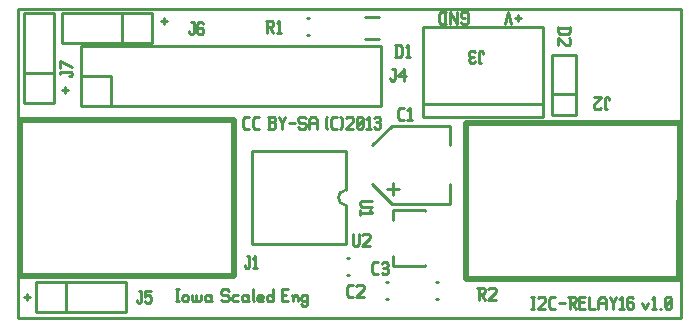
<source format=gbr>
G04 start of page 7 for group -4079 idx -4079 *
G04 Title: (unknown), topsilk *
G04 Creator: pcb 20110918 *
G04 CreationDate: Tue 05 Feb 2013 03:55:55 AM GMT UTC *
G04 For: railfan *
G04 Format: Gerber/RS-274X *
G04 PCB-Dimensions: 222000 104000 *
G04 PCB-Coordinate-Origin: lower left *
%MOIN*%
%FSLAX25Y25*%
%LNTOPSILK*%
%ADD74C,0.0200*%
%ADD73C,0.0100*%
G54D73*X221500Y103500D02*X500D01*
Y500D02*X221500D01*
Y103500D02*Y500D01*
X500D02*Y103500D01*
X166000Y100500D02*X168000D01*
X167000Y101500D02*Y99500D01*
X164800Y98500D02*X163800Y102500D01*
X162800Y98500D01*
X148500D02*X148000Y99000D01*
X148500Y98500D02*X150000D01*
X150500Y99000D02*X150000Y98500D01*
X150500Y102000D02*Y99000D01*
Y102000D02*X150000Y102500D01*
X148500D02*X150000D01*
X148500D02*X148000Y102000D01*
Y101000D01*
X148500Y100500D02*X148000Y101000D01*
X148500Y100500D02*X149500D01*
X146800Y102500D02*Y98500D01*
X144300Y102500D01*
Y98500D01*
X142600Y102500D02*Y98500D01*
X141300D02*X140600Y99200D01*
Y101800D02*Y99200D01*
X141300Y102500D02*X140600Y101800D01*
X141300Y102500D02*X143100D01*
X141300Y98500D02*X143100D01*
X171500Y7500D02*X172500D01*
X172000D02*Y3500D01*
X171500D02*X172500D01*
X173700Y7000D02*X174200Y7500D01*
X175700D01*
X176200Y7000D01*
Y6000D01*
X173700Y3500D02*X176200Y6000D01*
X173700Y3500D02*X176200D01*
X178100D02*X179400D01*
X177400Y4200D02*X178100Y3500D01*
X177400Y6800D02*Y4200D01*
Y6800D02*X178100Y7500D01*
X179400D01*
X180600Y5500D02*X182600D01*
X183800Y7500D02*X185800D01*
X186300Y7000D01*
Y6000D01*
X185800Y5500D02*X186300Y6000D01*
X184300Y5500D02*X185800D01*
X184300Y7500D02*Y3500D01*
X185100Y5500D02*X186300Y3500D01*
X187500Y5700D02*X189000D01*
X187500Y3500D02*X189500D01*
X187500Y7500D02*Y3500D01*
Y7500D02*X189500D01*
X190700D02*Y3500D01*
X192700D01*
X193900Y6500D02*Y3500D01*
Y6500D02*X194600Y7500D01*
X195700D01*
X196400Y6500D01*
Y3500D01*
X193900Y5500D02*X196400D01*
X197600Y7500D02*X198600Y5500D01*
X199600Y7500D01*
X198600Y5500D02*Y3500D01*
X200800Y6700D02*X201600Y7500D01*
Y3500D01*
X200800D02*X202300D01*
X205000Y7500D02*X205500Y7000D01*
X204000Y7500D02*X205000D01*
X203500Y7000D02*X204000Y7500D01*
X203500Y7000D02*Y4000D01*
X204000Y3500D01*
X205000Y5700D02*X205500Y5200D01*
X203500Y5700D02*X205000D01*
X204000Y3500D02*X205000D01*
X205500Y4000D01*
Y5200D02*Y4000D01*
X208500Y5500D02*X209500Y3500D01*
X210500Y5500D02*X209500Y3500D01*
X211700Y6700D02*X212500Y7500D01*
Y3500D01*
X211700D02*X213200D01*
X214400D02*X214900D01*
X216100Y4000D02*X216600Y3500D01*
X216100Y7000D02*Y4000D01*
Y7000D02*X216600Y7500D01*
X217600D01*
X218100Y7000D01*
Y4000D01*
X217600Y3500D02*X218100Y4000D01*
X216600Y3500D02*X217600D01*
X216100Y4500D02*X218100Y6500D01*
X48000Y99500D02*X50000D01*
X49000Y100500D02*Y98500D01*
X15000Y76500D02*X17000D01*
X16000Y77500D02*Y75500D01*
X2500Y7500D02*X4500D01*
X3500Y8500D02*Y6500D01*
X53000Y10000D02*X54000D01*
X53500D02*Y6000D01*
X53000D02*X54000D01*
X55200Y7500D02*Y6500D01*
Y7500D02*X55700Y8000D01*
X56700D01*
X57200Y7500D01*
Y6500D01*
X56700Y6000D02*X57200Y6500D01*
X55700Y6000D02*X56700D01*
X55200Y6500D02*X55700Y6000D01*
X58400Y8000D02*Y6500D01*
X58900Y6000D01*
X59400D01*
X59900Y6500D01*
Y8000D02*Y6500D01*
X60400Y6000D01*
X60900D01*
X61400Y6500D01*
Y8000D02*Y6500D01*
X64100Y8000D02*X64600Y7500D01*
X63100Y8000D02*X64100D01*
X62600Y7500D02*X63100Y8000D01*
X62600Y7500D02*Y6500D01*
X63100Y6000D01*
X64600Y8000D02*Y6500D01*
X65100Y6000D01*
X63100D02*X64100D01*
X64600Y6500D01*
X70100Y10000D02*X70600Y9500D01*
X68600Y10000D02*X70100D01*
X68100Y9500D02*X68600Y10000D01*
X68100Y9500D02*Y8500D01*
X68600Y8000D01*
X70100D01*
X70600Y7500D01*
Y6500D01*
X70100Y6000D02*X70600Y6500D01*
X68600Y6000D02*X70100D01*
X68100Y6500D02*X68600Y6000D01*
X72300Y8000D02*X73800D01*
X71800Y7500D02*X72300Y8000D01*
X71800Y7500D02*Y6500D01*
X72300Y6000D01*
X73800D01*
X76500Y8000D02*X77000Y7500D01*
X75500Y8000D02*X76500D01*
X75000Y7500D02*X75500Y8000D01*
X75000Y7500D02*Y6500D01*
X75500Y6000D01*
X77000Y8000D02*Y6500D01*
X77500Y6000D01*
X75500D02*X76500D01*
X77000Y6500D01*
X78700Y10000D02*Y6500D01*
X79200Y6000D01*
X80700D02*X82200D01*
X80200Y6500D02*X80700Y6000D01*
X80200Y7500D02*Y6500D01*
Y7500D02*X80700Y8000D01*
X81700D01*
X82200Y7500D01*
X80200Y7000D02*X82200D01*
Y7500D02*Y7000D01*
X85400Y10000D02*Y6000D01*
X84900D02*X85400Y6500D01*
X83900Y6000D02*X84900D01*
X83400Y6500D02*X83900Y6000D01*
X83400Y7500D02*Y6500D01*
Y7500D02*X83900Y8000D01*
X84900D01*
X85400Y7500D01*
X88400Y8200D02*X89900D01*
X88400Y6000D02*X90400D01*
X88400Y10000D02*Y6000D01*
Y10000D02*X90400D01*
X92100Y7500D02*Y6000D01*
Y7500D02*X92600Y8000D01*
X93100D01*
X93600Y7500D01*
Y6000D01*
X91600Y8000D02*X92100Y7500D01*
X96300Y8000D02*X96800Y7500D01*
X95300Y8000D02*X96300D01*
X94800Y7500D02*X95300Y8000D01*
X94800Y7500D02*Y6500D01*
X95300Y6000D01*
X96300D01*
X96800Y6500D01*
X94800Y5000D02*X95300Y4500D01*
X96300D01*
X96800Y5000D01*
Y8000D02*Y5000D01*
X76200Y63500D02*X77500D01*
X75500Y64200D02*X76200Y63500D01*
X75500Y66800D02*Y64200D01*
Y66800D02*X76200Y67500D01*
X77500D01*
X79400Y63500D02*X80700D01*
X78700Y64200D02*X79400Y63500D01*
X78700Y66800D02*Y64200D01*
Y66800D02*X79400Y67500D01*
X80700D01*
X83700Y63500D02*X85700D01*
X86200Y64000D01*
Y65200D02*Y64000D01*
X85700Y65700D02*X86200Y65200D01*
X84200Y65700D02*X85700D01*
X84200Y67500D02*Y63500D01*
X83700Y67500D02*X85700D01*
X86200Y67000D01*
Y66200D01*
X85700Y65700D02*X86200Y66200D01*
X87400Y67500D02*X88400Y65500D01*
X89400Y67500D01*
X88400Y65500D02*Y63500D01*
X90600Y65500D02*X92600D01*
X95800Y67500D02*X96300Y67000D01*
X94300Y67500D02*X95800D01*
X93800Y67000D02*X94300Y67500D01*
X93800Y67000D02*Y66000D01*
X94300Y65500D01*
X95800D01*
X96300Y65000D01*
Y64000D01*
X95800Y63500D02*X96300Y64000D01*
X94300Y63500D02*X95800D01*
X93800Y64000D02*X94300Y63500D01*
X97500Y66500D02*Y63500D01*
Y66500D02*X98200Y67500D01*
X99300D01*
X100000Y66500D01*
Y63500D01*
X97500Y65500D02*X100000D01*
X103000Y64000D02*X103500Y63500D01*
X103000Y67000D02*X103500Y67500D01*
X103000Y67000D02*Y64000D01*
X105400Y63500D02*X106700D01*
X104700Y64200D02*X105400Y63500D01*
X104700Y66800D02*Y64200D01*
Y66800D02*X105400Y67500D01*
X106700D01*
X107900D02*X108400Y67000D01*
Y64000D01*
X107900Y63500D02*X108400Y64000D01*
X109600Y67000D02*X110100Y67500D01*
X111600D01*
X112100Y67000D01*
Y66000D01*
X109600Y63500D02*X112100Y66000D01*
X109600Y63500D02*X112100D01*
X113300Y64000D02*X113800Y63500D01*
X113300Y67000D02*Y64000D01*
Y67000D02*X113800Y67500D01*
X114800D01*
X115300Y67000D01*
Y64000D01*
X114800Y63500D02*X115300Y64000D01*
X113800Y63500D02*X114800D01*
X113300Y64500D02*X115300Y66500D01*
X116500Y66700D02*X117300Y67500D01*
Y63500D01*
X116500D02*X118000D01*
X119200Y67000D02*X119700Y67500D01*
X120700D01*
X121200Y67000D01*
X120700Y63500D02*X121200Y64000D01*
X119700Y63500D02*X120700D01*
X119200Y64000D02*X119700Y63500D01*
Y65700D02*X120700D01*
X121200Y67000D02*Y66200D01*
Y65200D02*Y64000D01*
Y65200D02*X120700Y65700D01*
X121200Y66200D02*X120700Y65700D01*
X15000Y102000D02*X45000D01*
X15000D02*Y92000D01*
X45000D01*
Y102000D02*Y92000D01*
X35000Y102000D02*Y92000D01*
X45000D01*
X12500Y102000D02*Y72000D01*
X2500Y102000D02*X12500D01*
X2500D02*Y72000D01*
X12500D01*
X2500Y82000D02*X12500D01*
X2500D02*Y72000D01*
X21500Y71000D02*X121500D01*
Y91000D02*Y71000D01*
X21500Y91000D02*X121500D01*
X21500D02*Y71000D01*
X31500Y81000D02*Y71000D01*
X21500Y81000D02*X31500D01*
X116138Y93260D02*X120862D01*
X116138Y100740D02*X120862D01*
X135500Y97300D02*X175500D01*
X135500Y67300D02*X175500D01*
X135500Y71700D02*X175500D01*
Y97300D02*Y67300D01*
X135500Y97300D02*Y67300D01*
X144492Y38508D02*Y45004D01*
Y64492D02*Y57996D01*
X125004Y64492D02*X144492D01*
X125004Y38508D02*X144492D01*
X125004Y64492D02*X118508Y57996D01*
X125004Y38508D02*X118508Y45004D01*
X125500Y45500D02*Y41500D01*
X127500Y43500D02*X123500D01*
X96607Y100255D02*X97393D01*
X96607Y94745D02*X97393D01*
G54D74*X149625Y65500D02*X220925D01*
X149625Y13500D02*X220925D01*
X149625Y65500D02*Y13500D01*
X220925D02*X220945Y65500D01*
G54D73*X186500Y87900D02*Y68200D01*
X178500Y87900D02*Y68200D01*
X186500D01*
X178500Y87900D02*X186500D01*
X178500Y75000D02*X186500D01*
X125355Y17750D02*X135985D01*
X125355Y36250D02*X135985D01*
X125355Y21000D02*Y17750D01*
Y36250D02*Y33000D01*
X135985Y17929D02*Y17750D01*
Y36250D02*Y36071D01*
X78276Y56066D02*X109724D01*
X78276D02*Y24934D01*
X109724D01*
Y56066D02*Y43000D01*
Y38000D02*Y24934D01*
Y43000D02*G75*G03X109724Y38000I0J-2500D01*G01*
G54D74*X1000Y14500D02*X72300D01*
X1000Y66500D02*X72300D01*
Y14500D01*
X1000Y66500D02*X980Y14500D01*
G54D73*X110107Y20255D02*X110893D01*
X110107Y14745D02*X110893D01*
X123107Y6745D02*X123893D01*
X123107Y12255D02*X123893D01*
X139607Y6745D02*X140393D01*
X139607Y12255D02*X140393D01*
X6500Y2500D02*X36500D01*
Y12500D02*Y2500D01*
X6500Y12500D02*X36500D01*
X6500D02*Y2500D01*
X16500Y12500D02*Y2500D01*
X6500Y12500D02*X16500D01*
X125200Y83500D02*X126000D01*
Y80000D01*
X125500Y79500D02*X126000Y80000D01*
X125000Y79500D02*X125500D01*
X124500Y80000D02*X125000Y79500D01*
X124500Y80500D02*Y80000D01*
X127200Y81000D02*X129200Y83500D01*
X127200Y81000D02*X129700D01*
X129200Y83500D02*Y79500D01*
X126500Y91500D02*Y87500D01*
X127800Y91500D02*X128500Y90800D01*
Y88200D01*
X127800Y87500D02*X128500Y88200D01*
X126000Y87500D02*X127800D01*
X126000Y91500D02*X127800D01*
X129700Y90700D02*X130500Y91500D01*
Y87500D01*
X129700D02*X131200D01*
X154000Y85500D02*X154800D01*
X154000Y89000D02*Y85500D01*
X154500Y89500D02*X154000Y89000D01*
X154500Y89500D02*X155000D01*
X155500Y89000D02*X155000Y89500D01*
X155500Y89000D02*Y88500D01*
X152800Y86000D02*X152300Y85500D01*
X151300D02*X152300D01*
X151300D02*X150800Y86000D01*
X151300Y89500D02*X150800Y89000D01*
X151300Y89500D02*X152300D01*
X152800Y89000D02*X152300Y89500D01*
X151300Y87300D02*X152300D01*
X150800Y86800D02*Y86000D01*
Y89000D02*Y87800D01*
X151300Y87300D01*
X150800Y86800D02*X151300Y87300D01*
X127700Y66500D02*X129000D01*
X127000Y67200D02*X127700Y66500D01*
X127000Y69800D02*Y67200D01*
Y69800D02*X127700Y70500D01*
X129000D01*
X130200Y69700D02*X131000Y70500D01*
Y66500D01*
X130200D02*X131700D01*
X196000Y70000D02*X196800D01*
X196000Y73500D02*Y70000D01*
X196500Y74000D02*X196000Y73500D01*
X196500Y74000D02*X197000D01*
X197500Y73500D02*X197000Y74000D01*
X197500Y73500D02*Y73000D01*
X194800Y70500D02*X194300Y70000D01*
X192800D02*X194300D01*
X192800D02*X192300Y70500D01*
Y71500D02*Y70500D01*
X194800Y74000D02*X192300Y71500D01*
Y74000D02*X194800D01*
X180500Y97000D02*X184500D01*
Y95700D02*X183800Y95000D01*
X181200D02*X183800D01*
X180500Y95700D02*X181200Y95000D01*
X180500Y97500D02*Y95700D01*
X184500Y97500D02*Y95700D01*
X184000Y93800D02*X184500Y93300D01*
Y91800D01*
X184000Y91300D01*
X183000D02*X184000D01*
X180500Y93800D02*X183000Y91300D01*
X180500Y93800D02*Y91300D01*
X112000Y28500D02*Y25000D01*
X112500Y24500D01*
X113500D01*
X114000Y25000D01*
Y28500D02*Y25000D01*
X115200Y28000D02*X115700Y28500D01*
X117200D01*
X117700Y28000D01*
Y27000D01*
X115200Y24500D02*X117700Y27000D01*
X115200Y24500D02*X117700D01*
X83000Y99500D02*X85000D01*
X85500Y99000D01*
Y98000D01*
X85000Y97500D02*X85500Y98000D01*
X83500Y97500D02*X85000D01*
X83500Y99500D02*Y95500D01*
X84300Y97500D02*X85500Y95500D01*
X86700Y98700D02*X87500Y99500D01*
Y95500D01*
X86700D02*X88200D01*
X58200Y99000D02*X59000D01*
Y95500D01*
X58500Y95000D02*X59000Y95500D01*
X58000Y95000D02*X58500D01*
X57500Y95500D02*X58000Y95000D01*
X57500Y96000D02*Y95500D01*
X61700Y99000D02*X62200Y98500D01*
X60700Y99000D02*X61700D01*
X60200Y98500D02*X60700Y99000D01*
X60200Y98500D02*Y95500D01*
X60700Y95000D01*
X61700Y97200D02*X62200Y96700D01*
X60200Y97200D02*X61700D01*
X60700Y95000D02*X61700D01*
X62200Y95500D01*
Y96700D02*Y95500D01*
X14500Y82500D02*Y81700D01*
Y82500D02*X18000D01*
X18500Y82000D02*X18000Y82500D01*
X18500Y82000D02*Y81500D01*
X18000Y81000D02*X18500Y81500D01*
X17500Y81000D02*X18000D01*
X18500Y84200D02*X14500Y86200D01*
Y83700D01*
X115000Y39500D02*X118500D01*
X115000D02*X114500Y39000D01*
Y38000D01*
X115000Y37500D01*
X118500D01*
X117700Y36300D02*X118500Y35500D01*
X114500D02*X118500D01*
X114500Y36300D02*Y34800D01*
X119200Y15000D02*X120500D01*
X118500Y15700D02*X119200Y15000D01*
X118500Y18300D02*Y15700D01*
Y18300D02*X119200Y19000D01*
X120500D01*
X121700Y18500D02*X122200Y19000D01*
X123200D01*
X123700Y18500D01*
X123200Y15000D02*X123700Y15500D01*
X122200Y15000D02*X123200D01*
X121700Y15500D02*X122200Y15000D01*
Y17200D02*X123200D01*
X123700Y18500D02*Y17700D01*
Y16700D02*Y15500D01*
Y16700D02*X123200Y17200D01*
X123700Y17700D02*X123200Y17200D01*
X110700Y7500D02*X112000D01*
X110000Y8200D02*X110700Y7500D01*
X110000Y10800D02*Y8200D01*
Y10800D02*X110700Y11500D01*
X112000D01*
X113200Y11000D02*X113700Y11500D01*
X115200D01*
X115700Y11000D01*
Y10000D01*
X113200Y7500D02*X115700Y10000D01*
X113200Y7500D02*X115700D01*
X153500Y10500D02*X155500D01*
X156000Y10000D01*
Y9000D01*
X155500Y8500D02*X156000Y9000D01*
X154000Y8500D02*X155500D01*
X154000Y10500D02*Y6500D01*
X154800Y8500D02*X156000Y6500D01*
X157200Y10000D02*X157700Y10500D01*
X159200D01*
X159700Y10000D01*
Y9000D01*
X157200Y6500D02*X159700Y9000D01*
X157200Y6500D02*X159700D01*
X40700Y9500D02*X41500D01*
Y6000D01*
X41000Y5500D02*X41500Y6000D01*
X40500Y5500D02*X41000D01*
X40000Y6000D02*X40500Y5500D01*
X40000Y6500D02*Y6000D01*
X42700Y9500D02*X44700D01*
X42700D02*Y7500D01*
X43200Y8000D01*
X44200D01*
X44700Y7500D01*
Y6000D01*
X44200Y5500D02*X44700Y6000D01*
X43200Y5500D02*X44200D01*
X42700Y6000D02*X43200Y5500D01*
X76700Y21000D02*X77500D01*
Y17500D01*
X77000Y17000D02*X77500Y17500D01*
X76500Y17000D02*X77000D01*
X76000Y17500D02*X76500Y17000D01*
X76000Y18000D02*Y17500D01*
X78700Y20200D02*X79500Y21000D01*
Y17000D01*
X78700D02*X80200D01*
M02*

</source>
